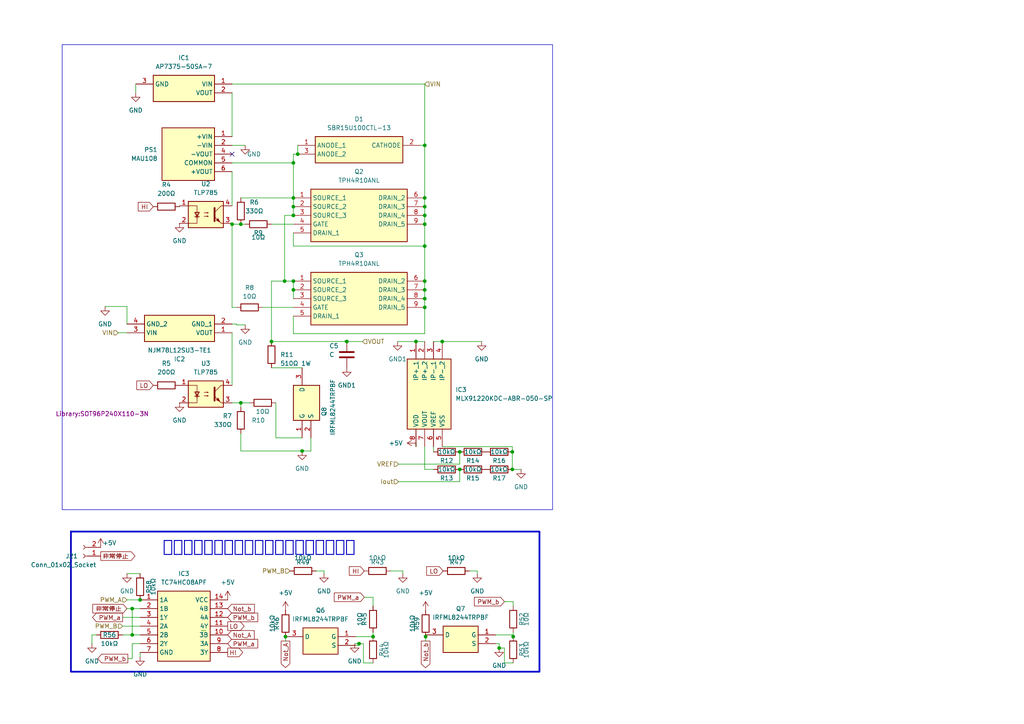
<source format=kicad_sch>
(kicad_sch (version 20230121) (generator eeschema)
  (paper "A4")
  (lib_symbols
    (symbol "Connector:Conn_01x02_Socket" (pin_names (offset 1.016) hide)
      (property "Reference" "J" (at 0 2.54 0))
      (property "Value" "Conn_01x02_Socket" (at 0 -5.08 0))
      (symbol "Conn_01x02_Socket_1_1"
        (arc (start 0 -2.032) (mid -0.5058 -2.54) (end 0 -3.048) (stroke (width 0.1524)))
        (polyline (pts (xy -1.27 -2.54) (xy -0.508 -2.54)) (stroke (width 0.1524)))
        (polyline (pts (xy -1.27 0) (xy -0.508 0)) (stroke (width 0.1524)))
        (arc (start 0 0.508) (mid -0.5058 0) (end 0 -0.508) (stroke (width 0.1524)))
        (pin passive line (at -5.08 0 0) (length 3.81) (name "Pin_1") (number "1"))
        (pin passive line (at -5.08 -2.54 0) (length 3.81) (name "Pin_2") (number "2"))
      )
    )
    (symbol "Device:C" (pin_numbers hide) (pin_names (offset 0.254))
      (property "Reference" "C" (at 0.635 2.54 0))
      (property "Value" "C" (at 0.635 -2.54 0))
      (symbol "C_0_1"
        (polyline (pts (xy -2.032 -0.762) (xy 2.032 -0.762)) (stroke (width 0.508)))
        (polyline (pts (xy -2.032 0.762) (xy 2.032 0.762)) (stroke (width 0.508)))
      )
      (symbol "C_1_1"
        (pin passive line (at 0 3.81 270) (length 2.794) (name "~") (number "1"))
        (pin passive line (at 0 -3.81 90) (length 2.794) (name "~") (number "2"))
      )
    )
    (symbol "Device:R" (pin_numbers hide) (pin_names (offset 0))
      (property "Reference" "R" (at 2.032 0 90))
      (property "Value" "R" (at 0 0 90))
      (symbol "R_0_1"
        (rectangle (start -1.016 -2.54) (end 1.016 2.54) (stroke (width 0.254)))
      )
      (symbol "R_1_1"
        (pin passive line (at 0 3.81 270) (length 1.27) (name "~") (number "1"))
        (pin passive line (at 0 -3.81 90) (length 1.27) (name "~") (number "2"))
      )
    )
    (symbol "Isolator:TLP785" (pin_names (offset 1.016))
      (property "Reference" "U" (at -5.08 5.08 0))
      (property "Value" "TLP785" (at 0 5.08 0))
      (symbol "TLP785_0_1"
        (rectangle (start -5.08 3.81) (end 5.08 -3.81) (stroke (width 0.254)) (fill (type background)))
        (polyline (pts (xy -3.175 -0.635) (xy -1.905 -0.635)) (stroke (width 0.254)))
        (polyline (pts (xy 2.54 0.635) (xy 4.445 2.54)))
        (polyline (pts (xy 4.445 -2.54) (xy 2.54 -0.635)) (fill (type outline)))
        (polyline (pts (xy 4.445 -2.54) (xy 5.08 -2.54)))
        (polyline (pts (xy 4.445 2.54) (xy 5.08 2.54)))
        (polyline (pts (xy -2.54 -0.635) (xy -2.54 -2.54) (xy -5.08 -2.54)))
        (polyline (pts (xy 2.54 1.905) (xy 2.54 -1.905) (xy 2.54 -1.905)) (stroke (width 0.508)))
        (polyline (pts (xy -5.08 2.54) (xy -2.54 2.54) (xy -2.54 -1.27) (xy -2.54 0.635)))
        (polyline (pts (xy -2.54 -0.635) (xy -3.175 0.635) (xy -1.905 0.635) (xy -2.54 -0.635)) (stroke (width 0.254)))
        (polyline (pts (xy -0.508 -0.508) (xy 0.762 -0.508) (xy 0.381 -0.635) (xy 0.381 -0.381) (xy 0.762 -0.508)))
        (polyline (pts (xy -0.508 0.508) (xy 0.762 0.508) (xy 0.381 0.381) (xy 0.381 0.635) (xy 0.762 0.508)))
        (polyline (pts (xy 3.048 -1.651) (xy 3.556 -1.143) (xy 4.064 -2.159) (xy 3.048 -1.651) (xy 3.048 -1.651)) (fill (type outline)))
      )
      (symbol "TLP785_1_1"
        (pin passive line (at -7.62 2.54 0) (length 2.54) (name "~") (number "1"))
        (pin passive line (at -7.62 -2.54 0) (length 2.54) (name "~") (number "2"))
        (pin passive line (at 7.62 -2.54 180) (length 2.54) (name "~") (number "3"))
        (pin passive line (at 7.62 2.54 180) (length 2.54) (name "~") (number "4"))
      )
    )
    (symbol "SamacSys_Parts:AP7375-50SA-7"
      (property "Reference" "IC" (at 24.13 7.62 0))
      (property "Value" "AP7375-50SA-7" (at 24.13 5.08 0))
      (symbol "AP7375-50SA-7_1_1"
        (rectangle (start 5.08 2.54) (end 22.86 -5.08) (stroke (width 0.254)) (fill (type background)))
        (pin passive line (at 0 0 0) (length 5.08) (name "VIN") (number "1"))
        (pin passive line (at 0 -2.54 0) (length 5.08) (name "VOUT") (number "2"))
        (pin passive line (at 27.94 0 180) (length 5.08) (name "GND") (number "3"))
      )
    )
    (symbol "SamacSys_Parts:IRFML8244TRPBF"
      (property "Reference" "Q" (at 16.51 7.62 0))
      (property "Value" "IRFML8244TRPBF" (at 16.51 5.08 0))
      (symbol "IRFML8244TRPBF_1_1"
        (rectangle (start 5.08 2.54) (end 15.24 -5.08) (stroke (width 0.254)) (fill (type background)))
        (pin passive line (at 0 0 0) (length 5.08) (name "G") (number "1"))
        (pin passive line (at 0 -2.54 0) (length 5.08) (name "S") (number "2"))
        (pin passive line (at 20.32 0 180) (length 5.08) (name "D") (number "3"))
      )
    )
    (symbol "SamacSys_Parts:MAU108"
      (property "Reference" "PS" (at 21.59 7.62 0))
      (property "Value" "MAU108" (at 21.59 5.08 0))
      (symbol "MAU108_1_1"
        (rectangle (start 5.08 2.54) (end 20.32 -12.7) (stroke (width 0.254)) (fill (type background)))
        (pin passive line (at 0 0 0) (length 5.08) (name "+VIN") (number "1"))
        (pin passive line (at 0 -2.54 0) (length 5.08) (name "-VIN") (number "2"))
        (pin passive line (at 0 -5.08 0) (length 5.08) (name "-VOUT") (number "4"))
        (pin passive line (at 0 -7.62 0) (length 5.08) (name "COMMON") (number "5"))
        (pin passive line (at 0 -10.16 0) (length 5.08) (name "+VOUT") (number "6"))
      )
    )
    (symbol "SamacSys_Parts:MLX91220KDC-ABR-050-SP"
      (property "Reference" "IC" (at 26.67 7.62 0))
      (property "Value" "MLX91220KDC-ABR-050-SP" (at 26.67 5.08 0))
      (symbol "MLX91220KDC-ABR-050-SP_1_1"
        (rectangle (start 5.08 2.54) (end 25.4 -10.16) (stroke (width 0.254)) (fill (type background)))
        (pin passive line (at 0 0 0) (length 5.08) (name "IP+_1") (number "1"))
        (pin passive line (at 0 -2.54 0) (length 5.08) (name "IP+_2") (number "2"))
        (pin passive line (at 0 -5.08 0) (length 5.08) (name "IP-_1") (number "3"))
        (pin passive line (at 0 -7.62 0) (length 5.08) (name "IP-_2") (number "4"))
        (pin passive line (at 30.48 -7.62 180) (length 5.08) (name "VSS") (number "5"))
        (pin passive line (at 30.48 -5.08 180) (length 5.08) (name "VREF") (number "6"))
        (pin passive line (at 30.48 -2.54 180) (length 5.08) (name "VOUT") (number "7"))
        (pin passive line (at 30.48 0 180) (length 5.08) (name "VDD") (number "8"))
      )
    )
    (symbol "SamacSys_Parts:NJM78L12SU3-TE1"
      (property "Reference" "IC" (at 26.67 7.62 0))
      (property "Value" "NJM78L12SU3-TE1" (at 26.67 5.08 0))
      (symbol "NJM78L12SU3-TE1_1_1"
        (rectangle (start 5.08 2.54) (end 25.4 -5.08) (stroke (width 0.254)) (fill (type background)))
        (pin passive line (at 0 0 0) (length 5.08) (name "VOUT") (number "1"))
        (pin passive line (at 0 -2.54 0) (length 5.08) (name "GND_1") (number "2"))
        (pin passive line (at 30.48 0 180) (length 5.08) (name "VIN") (number "3"))
        (pin passive line (at 30.48 -2.54 180) (length 5.08) (name "GND_2") (number "4"))
      )
    )
    (symbol "SamacSys_Parts:SBR15U100CTL-13"
      (property "Reference" "D" (at 31.75 7.62 0))
      (property "Value" "SBR15U100CTL-13" (at 31.75 5.08 0))
      (symbol "SBR15U100CTL-13_1_1"
        (rectangle (start 5.08 2.54) (end 30.48 -5.08) (stroke (width 0.254)) (fill (type background)))
        (pin passive line (at 0 0 0) (length 5.08) (name "ANODE_1") (number "1"))
        (pin passive line (at 35.56 0 180) (length 5.08) (name "CATHODE") (number "2"))
        (pin passive line (at 0 -2.54 0) (length 5.08) (name "ANODE_2") (number "3"))
      )
    )
    (symbol "SamacSys_Parts:TC74HC08APF"
      (property "Reference" "IC" (at 21.59 7.62 0))
      (property "Value" "TC74HC08APF" (at 21.59 5.08 0))
      (symbol "TC74HC08APF_1_1"
        (rectangle (start 5.08 2.54) (end 20.32 -17.78) (stroke (width 0.254)) (fill (type background)))
        (pin passive line (at 0 0 0) (length 5.08) (name "1A") (number "1"))
        (pin passive line (at 25.4 -10.16 180) (length 5.08) (name "3B") (number "10"))
        (pin passive line (at 25.4 -7.62 180) (length 5.08) (name "4Y") (number "11"))
        (pin passive line (at 25.4 -5.08 180) (length 5.08) (name "4A") (number "12"))
        (pin passive line (at 25.4 -2.54 180) (length 5.08) (name "4B") (number "13"))
        (pin passive line (at 25.4 0 180) (length 5.08) (name "VCC") (number "14"))
        (pin passive line (at 0 -2.54 0) (length 5.08) (name "1B") (number "2"))
        (pin passive line (at 0 -5.08 0) (length 5.08) (name "1Y") (number "3"))
        (pin passive line (at 0 -7.62 0) (length 5.08) (name "2A") (number "4"))
        (pin passive line (at 0 -10.16 0) (length 5.08) (name "2B") (number "5"))
        (pin passive line (at 0 -12.7 0) (length 5.08) (name "2Y") (number "6"))
        (pin passive line (at 0 -15.24 0) (length 5.08) (name "GND") (number "7"))
        (pin passive line (at 25.4 -15.24 180) (length 5.08) (name "3Y") (number "8"))
        (pin passive line (at 25.4 -12.7 180) (length 5.08) (name "3A") (number "9"))
      )
    )
    (symbol "SamacSys_Parts:TPH4R10ANL"
      (property "Reference" "Q" (at 34.29 7.62 0))
      (property "Value" "TPH4R10ANL" (at 34.29 5.08 0))
      (symbol "TPH4R10ANL_1_1"
        (rectangle (start 5.08 2.54) (end 33.02 -12.7) (stroke (width 0.254)) (fill (type background)))
        (pin passive line (at 0 0 0) (length 5.08) (name "SOURCE_1") (number "1"))
        (pin passive line (at 0 -2.54 0) (length 5.08) (name "SOURCE_2") (number "2"))
        (pin passive line (at 0 -5.08 0) (length 5.08) (name "SOURCE_3") (number "3"))
        (pin passive line (at 0 -7.62 0) (length 5.08) (name "GATE") (number "4"))
        (pin passive line (at 0 -10.16 0) (length 5.08) (name "DRAIN_1") (number "5"))
        (pin passive line (at 38.1 0 180) (length 5.08) (name "DRAIN_2") (number "6"))
        (pin passive line (at 38.1 -2.54 180) (length 5.08) (name "DRAIN_3") (number "7"))
        (pin passive line (at 38.1 -5.08 180) (length 5.08) (name "DRAIN_4") (number "8"))
        (pin passive line (at 38.1 -7.62 180) (length 5.08) (name "DRAIN_5") (number "9"))
      )
    )
    (symbol "power:+5V" (power) (pin_names (offset 0))
      (property "Value" "+5V" (at 0 3.556 0))
      (symbol "+5V_0_1"
        (polyline (pts (xy -0.762 1.27) (xy 0 2.54)))
        (polyline (pts (xy 0 0) (xy 0 2.54)))
        (polyline (pts (xy 0 2.54) (xy 0.762 1.27)))
      )
      (symbol "+5V_1_1"
        (pin power_in line (at 0 0 90) (length 0) hide (name "+5V") (number "1"))
      )
    )
    (symbol "power:GND" (power) (pin_names (offset 0))
      (property "Value" "GND" (at 0 -3.81 0))
      (symbol "GND_0_1"
        (polyline (pts (xy 0 0) (xy 0 -1.27) (xy 1.27 -1.27) (xy 0 -2.54) (xy -1.27 -1.27) (xy 0 -1.27)))
      )
      (symbol "GND_1_1"
        (pin power_in line (at 0 0 270) (length 0) hide (name "GND") (number "1"))
      )
    )
    (symbol "power:GND1" (power) (pin_names (offset 0))
      (property "Value" "GND1" (at 0 -3.81 0))
      (symbol "GND1_0_1"
        (polyline (pts (xy 0 0) (xy 0 -1.27) (xy 1.27 -1.27) (xy 0 -2.54) (xy -1.27 -1.27) (xy 0 -1.27)))
      )
      (symbol "GND1_1_1"
        (pin power_in line (at 0 0 270) (length 0) hide (name "GND1") (number "1"))
      )
    )
  )
  (junction (at 85.09 62.484))
  (junction (at 108.204 184.658))
  (junction (at 123.19 65.024))
  (junction (at 123.19 71.374))
  (junction (at 123.444 184.658))
  (junction (at 100.584 99.06))
  (junction (at 38.354 176.53))
  (junction (at 123.19 57.404))
  (junction (at 123.19 86.614))
  (junction (at 85.09 81.534))
  (junction (at 133.35 136.144))
  (junction (at 86.36 44.704))
  (junction (at 123.19 62.484))
  (junction (at 123.19 89.154))
  (junction (at 133.35 131.064))
  (junction (at 148.59 131.064))
  (junction (at 67.31 65.024))
  (junction (at 128.27 99.06))
  (junction (at 85.09 59.944))
  (junction (at 123.19 84.074))
  (junction (at 78.74 99.06))
  (junction (at 123.19 59.944))
  (junction (at 82.804 184.658))
  (junction (at 82.55 81.534))
  (junction (at 85.09 47.244))
  (junction (at 69.85 116.84))
  (junction (at 123.19 81.534))
  (junction (at 38.354 184.15))
  (junction (at 85.09 57.404))
  (junction (at 85.09 84.074))
  (junction (at 120.65 99.06))
  (junction (at 148.844 184.658))
  (junction (at 40.64 173.99))
  (junction (at 104.14 186.69))
  (junction (at 144.78 187.96))
  (junction (at 123.19 42.164))
  (junction (at 148.59 136.144))
  (junction (at 87.63 130.81))
  (junction (at 69.85 65.024))
  (no_connect (at 67.31 44.704))
  (wire (pts (xy 86.36 42.164) (xy 86.36 44.704)))
  (wire (pts (xy 26.67 186.69) (xy 26.67 184.15)))
  (wire (pts (xy 85.09 47.244) (xy 85.09 44.704)))
  (wire (pts (xy 35.56 184.15) (xy 38.354 184.15)))
  (wire (pts (xy 148.59 136.144) (xy 151.13 136.144)))
  (wire (pts (xy 69.85 65.024) (xy 71.12 65.024)))
  (wire (pts (xy 93.98 165.608) (xy 91.694 165.608)))
  (wire (pts (xy 115.57 139.7) (xy 133.35 139.7)))
  (wire (pts (xy 146.304 187.96) (xy 146.304 192.278)))
  (wire (pts (xy 38.354 184.15) (xy 40.64 184.15)))
  (wire (pts (xy 128.27 99.06) (xy 139.7 99.06)))
  (wire (pts (xy 67.31 89.154) (xy 68.58 89.154)))
  (wire (pts (xy 85.09 57.404) (xy 85.09 47.244)))
  (wire (pts (xy 69.85 116.84) (xy 72.39 116.84)))
  (wire (pts (xy 87.63 127) (xy 80.01 127)))
  (wire (pts (xy 36.83 166.37) (xy 40.64 166.37)))
  (wire (pts (xy 76.2 89.154) (xy 85.09 89.154)))
  (wire (pts (xy 78.74 65.024) (xy 85.09 65.024)))
  (wire (pts (xy 148.844 184.658) (xy 148.844 183.388)))
  (wire (pts (xy 108.204 173.228) (xy 108.204 175.768)))
  (wire (pts (xy 108.204 183.388) (xy 108.204 184.658)))
  (wire (pts (xy 123.19 65.024) (xy 123.19 62.484)))
  (wire (pts (xy 67.31 47.244) (xy 85.09 47.244)))
  (wire (pts (xy 143.764 184.15) (xy 148.59 184.15)))
  (wire (pts (xy 123.19 86.614) (xy 123.19 89.154)))
  (wire (pts (xy 67.31 26.924) (xy 67.31 39.624)))
  (wire (pts (xy 85.09 59.944) (xy 85.09 62.484)))
  (wire (pts (xy 133.35 131.064) (xy 133.35 134.62)))
  (wire (pts (xy 133.35 136.144) (xy 133.35 139.7)))
  (wire (pts (xy 93.98 166.37) (xy 93.98 165.608)))
  (wire (pts (xy 123.19 59.944) (xy 123.19 57.404)))
  (wire (pts (xy 123.19 84.074) (xy 123.19 86.614)))
  (wire (pts (xy 38.354 191.008) (xy 38.354 186.69)))
  (wire (pts (xy 82.55 62.484) (xy 85.09 62.484)))
  (wire (pts (xy 58.42 182.88) (xy 59.69 182.88)))
  (wire (pts (xy 67.31 49.784) (xy 67.31 59.69)))
  (wire (pts (xy 90.17 130.81) (xy 87.63 130.81)))
  (wire (pts (xy 148.59 129.54) (xy 148.59 131.064)))
  (wire (pts (xy 67.31 65.024) (xy 67.31 89.154)))
  (wire (pts (xy 123.19 136.144) (xy 125.73 136.144)))
  (wire (pts (xy 116.84 165.608) (xy 116.84 166.37)))
  (wire (pts (xy 78.74 81.534) (xy 82.55 81.534)))
  (wire (pts (xy 138.43 166.37) (xy 138.43 165.608)))
  (wire (pts (xy 146.304 192.278) (xy 148.844 192.278)))
  (wire (pts (xy 104.14 186.69) (xy 105.41 186.69)))
  (wire (pts (xy 35.56 181.61) (xy 40.64 181.61)))
  (wire (pts (xy 67.31 96.52) (xy 67.31 111.76)))
  (wire (pts (xy 128.27 129.54) (xy 148.59 129.54)))
  (wire (pts (xy 123.444 184.15) (xy 123.444 184.658)))
  (wire (pts (xy 148.59 184.658) (xy 148.844 184.658)))
  (wire (pts (xy 123.19 81.534) (xy 123.19 84.074)))
  (wire (pts (xy 82.804 184.658) (xy 82.804 185.928)))
  (wire (pts (xy 103.124 184.658) (xy 108.204 184.658)))
  (wire (pts (xy 102.87 186.69) (xy 104.14 186.69)))
  (wire (pts (xy 123.19 71.374) (xy 123.19 65.024)))
  (wire (pts (xy 148.59 184.15) (xy 148.59 184.658)))
  (wire (pts (xy 26.67 184.15) (xy 27.94 184.15)))
  (wire (pts (xy 146.304 174.498) (xy 148.844 174.498)))
  (wire (pts (xy 144.78 186.69) (xy 143.764 186.69)))
  (wire (pts (xy 69.85 116.84) (xy 69.85 118.11)))
  (wire (pts (xy 68.58 93.98) (xy 68.58 94.234)))
  (wire (pts (xy 123.444 184.658) (xy 123.444 185.928)))
  (wire (pts (xy 115.316 99.06) (xy 120.65 99.06)))
  (wire (pts (xy 69.85 130.81) (xy 87.63 130.81)))
  (wire (pts (xy 104.14 187.198) (xy 103.124 187.198)))
  (wire (pts (xy 80.01 127) (xy 80.01 116.84)))
  (wire (pts (xy 52.07 59.69) (xy 52.07 59.944)))
  (wire (pts (xy 108.204 192.278) (xy 105.41 192.278)))
  (wire (pts (xy 78.74 81.534) (xy 78.74 99.06)))
  (wire (pts (xy 78.74 106.68) (xy 87.63 106.68)))
  (wire (pts (xy 67.31 116.84) (xy 69.85 116.84)))
  (wire (pts (xy 36.83 88.9) (xy 36.83 93.98)))
  (wire (pts (xy 123.19 89.154) (xy 123.19 96.774)))
  (wire (pts (xy 40.64 189.23) (xy 40.64 190.5)))
  (wire (pts (xy 148.59 131.064) (xy 148.59 136.144)))
  (wire (pts (xy 128.27 99.06) (xy 125.73 99.06)))
  (wire (pts (xy 85.09 81.534) (xy 85.09 84.074)))
  (wire (pts (xy 123.19 42.164) (xy 121.92 42.164)))
  (wire (pts (xy 100.584 99.06) (xy 105.156 99.06)))
  (wire (pts (xy 85.09 81.534) (xy 82.55 81.534)))
  (wire (pts (xy 85.09 57.404) (xy 85.09 59.944)))
  (wire (pts (xy 36.83 176.53) (xy 38.354 176.53)))
  (wire (pts (xy 67.31 64.77) (xy 67.31 65.024)))
  (wire (pts (xy 34.29 96.52) (xy 36.83 96.52)))
  (wire (pts (xy 123.19 24.384) (xy 123.19 42.164)))
  (wire (pts (xy 69.85 130.81) (xy 69.85 125.73)))
  (wire (pts (xy 38.354 176.53) (xy 38.354 184.15)))
  (wire (pts (xy 38.354 176.53) (xy 40.64 176.53)))
  (wire (pts (xy 35.56 179.07) (xy 40.64 179.07)))
  (wire (pts (xy 123.19 57.404) (xy 123.19 42.164)))
  (wire (pts (xy 144.78 187.96) (xy 146.304 187.96)))
  (wire (pts (xy 123.19 129.54) (xy 123.19 136.144)))
  (wire (pts (xy 100.076 98.806) (xy 100.076 99.06)))
  (wire (pts (xy 123.19 62.484) (xy 123.19 59.944)))
  (wire (pts (xy 123.19 71.374) (xy 123.19 81.534)))
  (wire (pts (xy 39.37 24.384) (xy 39.37 26.924)))
  (wire (pts (xy 85.09 71.374) (xy 123.19 71.374)))
  (wire (pts (xy 69.85 65.024) (xy 67.31 65.024)))
  (wire (pts (xy 30.48 88.9) (xy 36.83 88.9)))
  (wire (pts (xy 100.584 98.806) (xy 100.076 98.806)))
  (wire (pts (xy 105.41 192.278) (xy 105.41 186.69)))
  (wire (pts (xy 144.78 186.69) (xy 144.78 187.96)))
  (wire (pts (xy 68.58 94.234) (xy 71.12 94.234)))
  (wire (pts (xy 82.55 81.534) (xy 82.55 62.484)))
  (wire (pts (xy 100.584 99.06) (xy 100.584 98.806)))
  (wire (pts (xy 85.09 84.074) (xy 85.09 86.614)))
  (wire (pts (xy 105.664 173.228) (xy 108.204 173.228)))
  (wire (pts (xy 90.17 127) (xy 90.17 130.81)))
  (wire (pts (xy 67.31 93.98) (xy 68.58 93.98)))
  (wire (pts (xy 37.084 191.008) (xy 38.354 191.008)))
  (wire (pts (xy 100.076 99.06) (xy 78.74 99.06)))
  (wire (pts (xy 67.31 24.384) (xy 123.19 24.384)))
  (wire (pts (xy 85.09 96.774) (xy 123.19 96.774)))
  (wire (pts (xy 104.14 186.69) (xy 104.14 187.198)))
  (wire (pts (xy 148.844 174.498) (xy 148.844 175.768)))
  (wire (pts (xy 38.354 186.69) (xy 40.64 186.69)))
  (wire (pts (xy 138.43 165.608) (xy 136.144 165.608)))
  (wire (pts (xy 85.09 44.704) (xy 86.36 44.704)))
  (wire (pts (xy 36.83 173.99) (xy 40.64 173.99)))
  (wire (pts (xy 85.09 91.694) (xy 85.09 96.774)))
  (wire (pts (xy 116.84 165.608) (xy 113.284 165.608)))
  (wire (pts (xy 115.57 134.62) (xy 133.35 134.62)))
  (wire (pts (xy 69.85 57.404) (xy 85.09 57.404)))
  (wire (pts (xy 120.65 129.54) (xy 120.65 128.524)))
  (wire (pts (xy 85.09 67.564) (xy 85.09 71.374)))
  (wire (pts (xy 125.73 129.54) (xy 125.73 131.064)))
  (wire (pts (xy 67.31 42.164) (xy 71.12 42.164)))
  (wire (pts (xy 120.65 99.06) (xy 123.19 99.06)))
  (rectangle (start 20.574 154.178) (end 156.464 194.818) (stroke (width 0.5)))
  (rectangle (start 18.034 12.954) (end 160.274 147.828))
  (text "デットタイム生成＋非常停止対応ロジック" (at 47.244 161.798 0) (effects (font (size 3.5 3.5) (thickness 0.6) bold) (justify left bottom)))
  (global_label "LO" (shape output) (at 66.04 181.61 0) (property "Intersheetrefs" "${INTERSHEET_REFS}" (effects hide)))
  (global_label "LO" (shape input) (at 44.45 111.76 180) (property "Intersheetrefs" "${INTERSHEET_REFS}" (effects hide)))
  (global_label "HI" (shape output) (at 66.04 189.23 0) (property "Intersheetrefs" "${INTERSHEET_REFS}" (effects hide)))
  (global_label "Not_A" (shape input) (at 66.04 184.15 0) (property "Intersheetrefs" "${INTERSHEET_REFS}" (effects hide)))
  (global_label "HI" (shape input) (at 105.664 165.608 180) (property "Intersheetrefs" "${INTERSHEET_REFS}" (effects hide)))
  (global_label "Not_A" (shape output) (at 82.804 185.928 270) (property "Intersheetrefs" "${INTERSHEET_REFS}" (effects hide)))
  (global_label "PWM_b" (shape input) (at 66.04 179.07 0) (property "Intersheetrefs" "${INTERSHEET_REFS}" (effects hide)))
  (global_label "PWM_a" (shape input) (at 105.664 173.228 180) (property "Intersheetrefs" "${INTERSHEET_REFS}" (effects hide)))
  (global_label "PWM_b" (shape output) (at 37.084 191.008 180) (property "Intersheetrefs" "${INTERSHEET_REFS}" (effects hide)))
  (global_label "非常停止" (shape output) (at 29.21 161.29 0) (property "Intersheetrefs" "${INTERSHEET_REFS}" (effects hide)))
  (global_label "PWM_b" (shape input) (at 146.304 174.498 180) (property "Intersheetrefs" "${INTERSHEET_REFS}" (effects hide)))
  (global_label "PWM_a" (shape output) (at 35.56 179.07 180) (property "Intersheetrefs" "${INTERSHEET_REFS}" (effects hide)))
  (global_label "HI" (shape input) (at 44.45 59.944 180) (property "Intersheetrefs" "${INTERSHEET_REFS}" (effects hide)))
  (global_label "非常停止" (shape input) (at 36.83 176.53 180) (property "Intersheetrefs" "${INTERSHEET_REFS}" (effects hide)))
  (global_label "PWM_a" (shape input) (at 66.04 186.69 0) (property "Intersheetrefs" "${INTERSHEET_REFS}" (effects hide)))
  (global_label "Not_b" (shape output) (at 123.444 185.928 270) (property "Intersheetrefs" "${INTERSHEET_REFS}" (effects hide)))
  (global_label "Not_b" (shape input) (at 66.04 176.53 0) (property "Intersheetrefs" "${INTERSHEET_REFS}" (effects hide)))
  (global_label "LO" (shape input) (at 128.524 165.608 180) (property "Intersheetrefs" "${INTERSHEET_REFS}" (effects hide)))
  (hierarchical_label "VIN" (shape input) (at 123.19 24.384 0))
  (hierarchical_label "VREF" (shape input) (at 115.57 134.62 180))
  (hierarchical_label "PWM_B" (shape input) (at 35.56 181.61 180))
  (hierarchical_label "Iout" (shape input) (at 115.57 139.7 180))
  (hierarchical_label "VOUT" (shape input) (at 105.156 99.06 0))
  (hierarchical_label "VIN" (shape input) (at 34.29 96.52 180))
  (hierarchical_label "PWM_A" (shape input) (at 36.83 173.99 180))
  (hierarchical_label "PWM_B" (shape input) (at 84.074 165.608 180))
  (symbol (lib_id "Device:R") (at 129.54 131.064 270) (unit 1)
    (property "Reference" "R12" (at 129.54 133.604 90))
    (property "Value" "10kΩ" (at 129.54 131.064 90))
    (property "Footprint" "Resistor_SMD:R_0603_1608Metric" (effects hide))
    (instances (project "mainboard2" (path "" (reference "R12") (unit 1)) (path "" (reference "R27") (unit 1))) (project "MOSFET版電源管理基板" (path "" (reference "R8") (unit 1))) (project "30A_MD2改4" (path "" (reference "R15") (unit 1))))
  )
  (symbol (lib_id "Device:R") (at 87.884 165.608 90) (mirror x) (unit 1)
    (property "Reference" "R49" (at 87.884 163.068 90))
    (property "Value" "10kΩ" (at 87.884 161.798 90))
    (property "Footprint" "Resistor_SMD:R_0603_1608Metric" (effects hide))
    (instances (project "mainboard2" (path "" (reference "R49") (unit 1))) (project "MOSFET版電源管理基板" (path "" (reference "R2") (unit 1)) (path "" (reference "R25") (unit 1))) (project "30A_MD2改4" (path "" (reference "R15") (unit 1))))
  )
  (symbol (lib_id "power:GND") (at 40.64 190.5 0) (unit 1)
    (property "Reference" "#PWR024" (effects hide))
    (property "Value" "GND" (at 40.64 195.58 0))
    (instances (project "mainboard2" (path "" (reference "#PWR024") (unit 1)) (path "" (reference "#PWR058") (unit 1))) (project "MOSFET版電源管理基板" (path "" (reference "#PWR018") (unit 1))))
  )
  (symbol (lib_id "power:GND") (at 144.78 187.96 0) (unit 1)
    (property "Reference" "#PWR024" (effects hide))
    (property "Value" "GND" (at 144.78 193.04 0))
    (instances (project "mainboard2" (path "" (reference "#PWR024") (unit 1)) (path "" (reference "#PWR074") (unit 1))) (project "MOSFET版電源管理基板" (path "" (reference "#PWR018") (unit 1))))
  )
  (symbol (lib_id "power:GND") (at 138.43 166.37 0) (unit 1)
    (property "Reference" "#PWR024" (effects hide))
    (property "Value" "GND" (at 138.43 171.45 0))
    (instances (project "mainboard2" (path "" (reference "#PWR024") (unit 1)) (path "" (reference "#PWR072") (unit 1))) (project "MOSFET版電源管理基板" (path "" (reference "#PWR018") (unit 1))))
  )
  (symbol (lib_id "power:+5V") (at 123.444 177.038 0) (unit 1)
    (property "Reference" "#PWR071" (effects hide))
    (property "Value" "+5V" (at 123.444 171.958 0))
    (instances (project "mainboard2" (path "" (reference "#PWR071") (unit 1))) (project "MOSFET版電源管理基板" (path "" (reference "#PWR020") (unit 1))))
  )
  (symbol (lib_id "Connector:Conn_01x02_Socket") (at 24.13 161.29 180) (unit 1)
    (property "Reference" "J21" (at 22.606 161.29 0) (effects (justify left)))
    (property "Value" "Conn_01x02_Socket" (at 27.94 163.83 0) (effects (justify left)))
    (property "Footprint" "Connector_JST:JST_XH_S2B-XH-A-1_1x02_P2.50mm_Horizontal" (effects hide))
    (instances (project "mainboard2" (path "" (reference "J21") (unit 1)) (path "" (reference "J1") (unit 1)) (path "" (reference "J12") (unit 1)) (path "" (reference "J11") (unit 1)) (path "" (reference "J14") (unit 1)) (path "" (reference "J10") (unit 1)) (path "" (reference "J13") (unit 1)) (path "" (reference "J15") (unit 1))))
  )
  (symbol (lib_id "Device:R") (at 108.204 179.578 0) (unit 1)
    (property "Reference" "R45" (at 105.664 179.578 90))
    (property "Value" "10Ω" (at 104.394 179.578 90))
    (property "Footprint" "Resistor_SMD:R_0603_1608Metric" (effects hide))
    (instances (project "mainboard2" (path "" (reference "R45") (unit 1))) (project "MOSFET版電源管理基板" (path "" (reference "R2") (unit 1)) (path "" (reference "R20") (unit 1))) (project "30A_MD2改4" (path "" (reference "R15") (unit 1))))
  )
  (symbol (lib_id "power:GND") (at 71.12 94.234 0) (unit 1)
    (property "Reference" "#PWR020" (effects hide))
    (property "Value" "GND" (at 71.12 99.314 0))
    (instances (project "mainboard2" (path "" (reference "#PWR020") (unit 1)) (path "" (reference "#PWR063") (unit 1))) (project "MOSFET版電源管理基板" (path "" (reference "#PWR03") (unit 1))))
  )
  (symbol (lib_id "Device:R") (at 108.204 188.468 180) (unit 1)
    (property "Reference" "R44" (at 110.744 188.468 90))
    (property "Value" "10kΩ" (at 112.014 188.468 90))
    (property "Footprint" "Resistor_SMD:R_0603_1608Metric" (effects hide))
    (instances (project "mainboard2" (path "" (reference "R44") (unit 1))) (project "MOSFET版電源管理基板" (path "" (reference "R2") (unit 1)) (path "" (reference "R22") (unit 1))) (project "30A_MD2改4" (path "" (reference "R15") (unit 1))))
  )
  (symbol (lib_id "SamacSys_Parts:TPH4R10ANL") (at 85.09 57.404 0) (unit 1)
    (property "Reference" "Q2" (at 104.14 49.784 0))
    (property "Value" "TPH4R10ANL" (at 104.14 52.324 0))
    (property "Footprint" "Library:SOP_ADVANCE" (effects hide))
    (property "Datasheet" "https://4donline.ihs.com/images/VipMasterIC/IC/TOSC/TOSC-S-A0009553617/TOSC-S-A0009555074-1.pdf?hkey=EF798316E3902B6ED9A73243A3159BB0" (effects hide))
    (property "Height" "1" (effects hide))
    (property "Manufacturer_Name" "Toshiba" (effects hide))
    (property "Manufacturer_Part_Number" "TPH4R10ANL" (effects hide))
    (instances (project "mainboard2" (path "" (reference "Q2") (unit 1)) (path "" (reference "Q2") (unit 1))) (project "MOSFET版電源管理基板" (path "" (reference "Q1") (unit 1))))
  )
  (symbol (lib_id "Device:R") (at 144.78 131.064 270) (unit 1)
    (property "Reference" "R16" (at 144.78 133.604 90))
    (property "Value" "10kΩ" (at 144.78 131.064 90))
    (property "Footprint" "Resistor_SMD:R_0603_1608Metric" (effects hide))
    (instances (project "mainboard2" (path "" (reference "R16") (unit 1)) (path "" (reference "R29") (unit 1))) (project "MOSFET版電源管理基板" (path "" (reference "R13") (unit 1))) (project "30A_MD2改4" (path "" (reference "R15") (unit 1))))
  )
  (symbol (lib_id "power:GND") (at 151.13 136.144 0) (unit 1)
    (property "Reference" "#PWR024" (effects hide))
    (property "Value" "GND" (at 151.13 141.224 0))
    (instances (project "mainboard2" (path "" (reference "#PWR024") (unit 1)) (path "" (reference "#PWR075") (unit 1))) (project "MOSFET版電源管理基板" (path "" (reference "#PWR018") (unit 1))))
  )
  (symbol (lib_id "power:GND") (at 52.07 116.84 0) (unit 1)
    (property "Reference" "#PWR020" (effects hide))
    (property "Value" "GND" (at 52.07 121.92 0))
    (instances (project "mainboard2" (path "" (reference "#PWR020") (unit 1)) (path "" (reference "#PWR060") (unit 1))) (project "MOSFET版電源管理基板" (path "" (reference "#PWR03") (unit 1))))
  )
  (symbol (lib_id "Isolator:TLP785") (at 59.69 62.23 0) (unit 1)
    (property "Reference" "U2" (at 59.69 53.34 0))
    (property "Value" "TLP785" (at 59.69 55.88 0))
    (property "Footprint" "Package_DIP:DIP-4_W7.62mm" (effects hide))
    (property "Datasheet" "https://toshiba.semicon-storage.com/info/docget.jsp?did=10569&prodName=TLP785" (effects hide))
    (instances (project "mainboard2" (path "" (reference "U2") (unit 1)) (path "" (reference "U2") (unit 1))) (project "MOSFET版電源管理基板" (path "" (reference "U1") (unit 1))))
  )
  (symbol (lib_id "Device:R") (at 123.444 180.848 0) (mirror x) (unit 1)
    (property "Reference" "R59" (at 120.904 180.848 90))
    (property "Value" "10kΩ" (at 119.634 180.848 90))
    (property "Footprint" "Resistor_SMD:R_0603_1608Metric" (effects hide))
    (instances (project "mainboard2" (path "" (reference "R59") (unit 1))) (project "MOSFET版電源管理基板" (path "" (reference "R2") (unit 1)) (path "" (reference "R18") (unit 1))) (project "30A_MD2改4" (path "" (reference "R15") (unit 1))))
  )
  (symbol (lib_id "Isolator:TLP785") (at 59.69 114.3 0) (unit 1)
    (property "Reference" "U3" (at 59.69 105.41 0))
    (property "Value" "TLP785" (at 59.69 107.95 0))
    (property "Footprint" "Package_DIP:DIP-4_W7.62mm" (effects hide))
    (property "Datasheet" "https://toshiba.semicon-storage.com/info/docget.jsp?did=10569&prodName=TLP785" (effects hide))
    (instances (project "mainboard2" (path "" (reference "U3") (unit 1)) (path "" (reference "U1") (unit 1))) (project "MOSFET版電源管理基板" (path "" (reference "U2") (unit 1))))
  )
  (symbol (lib_id "Device:C") (at 100.584 102.87 0) (unit 1)
    (property "Reference" "C5" (at 95.504 100.33 0) (effects (justify left)))
    (property "Value" "C" (at 95.504 102.87 0) (effects (justify left)))
    (property "Footprint" "Capacitor_SMD:CP_Elec_10x10.5" (effects hide))
    (instances (project "mainboard2" (path "" (reference "C5") (unit 1)) (path "" (reference "C10") (unit 1))))
  )
  (symbol (lib_id "power:GND") (at 87.63 130.81 0) (unit 1)
    (property "Reference" "#PWR022" (effects hide))
    (property "Value" "GND" (at 87.63 135.89 0))
    (instances (project "mainboard2" (path "" (reference "#PWR022") (unit 1)) (path "" (reference "#PWR065") (unit 1))) (project "MOSFET版電源管理基板" (path "" (reference "#PWR01") (unit 1))))
  )
  (symbol (lib_id "power:+5V") (at 82.804 177.038 0) (unit 1)
    (property "Reference" "#PWR064" (effects hide))
    (property "Value" "+5V" (at 82.804 171.958 0))
    (instances (project "mainboard2" (path "" (reference "#PWR064") (unit 1))) (project "MOSFET版電源管理基板" (path "" (reference "#PWR019") (unit 1))))
  )
  (symbol (lib_id "power:GND1") (at 100.584 106.68 0) (unit 1)
    (property "Reference" "#PWR043" (effects hide))
    (property "Value" "GND1" (at 100.584 111.76 0))
  )
  (symbol (lib_id "Device:R") (at 31.75 184.15 90) (unit 1)
    (property "Reference" "R56" (at 31.75 184.15 90))
    (property "Value" "10kΩ" (at 31.75 186.69 90))
    (property "Footprint" "Resistor_SMD:R_0603_1608Metric" (effects hide))
    (instances (project "mainboard2" (path "" (reference "R56") (unit 1))) (project "MOSFET版電源管理基板" (path "" (reference "R2") (unit 1)) (path "" (reference "R19") (unit 1))) (project "30A_MD2改4" (path "" (reference "R15") (unit 1))))
  )
  (symbol (lib_id "SamacSys_Parts:IRFML8244TRPBF") (at 103.124 184.658 0) (mirror y) (unit 1)
    (property "Reference" "Q6" (at 92.964 177.038 0))
    (property "Value" "IRFML8244TRPBF" (at 92.964 179.578 0))
    (property "Footprint" "Package_TO_SOT_SMD:SOT-23-3" (effects hide))
    (property "Datasheet" "http://uk.rs-online.com/web/p/products/7377219P" (effects hide))
    (property "Height" "1.12" (effects hide))
    (property "RS Part Number" "7377219P" (effects hide))
    (property "RS Price/Stock" "http://uk.rs-online.com/web/p/products/7377219P" (effects hide))
    (property "Manufacturer_Name" "Infineon" (effects hide))
    (property "Manufacturer_Part_Number" "IRFML8244TRPBF" (effects hide))
    (property "Allied_Number" "70411466" (effects hide))
    (instances (project "mainboard2" (path "" (reference "Q6") (unit 1))) (project "MOSFET版電源管理基板" (path "" (reference "Q3") (unit 1))) (project "30A_MD2改4" (path "" (reference "Q5") (unit 1))))
  )
  (symbol (lib_id "power:GND") (at 139.7 99.06 0) (unit 1)
    (property "Reference" "#PWR024" (effects hide))
    (property "Value" "GND" (at 139.7 104.14 0))
    (instances (project "mainboard2" (path "" (reference "#PWR024") (unit 1)) (path "" (reference "#PWR073") (unit 1))) (project "MOSFET版電源管理基板" (path "" (reference "#PWR018") (unit 1))))
  )
  (symbol (lib_id "SamacSys_Parts:IRFML8244TRPBF") (at 87.63 127 90) (unit 1)
    (property "Reference" "Q8" (at 93.98 119.38 0))
    (property "Value" "IRFML8244TRPBF" (at 96.52 118.11 0))
    (property "Footprint" "Package_TO_SOT_SMD:SOT-23-3" (effects hide))
    (property "Datasheet" "http://uk.rs-online.com/web/p/products/7377219P" (effects hide))
    (property "Height" "1.12" (effects hide))
    (property "RS Part Number" "7377219P" (effects hide))
    (property "RS Price/Stock" "http://uk.rs-online.com/web/p/products/7377219P" (effects hide))
    (property "Manufacturer_Name" "Infineon" (effects hide))
    (property "Manufacturer_Part_Number" "IRFML8244TRPBF" (effects hide))
    (property "Allied_Number" "70411466" (effects hide))
    (instances (project "mainboard2" (path "" (reference "Q8") (unit 1))) (project "MOSFET版電源管理基板" (path "" (reference "Q5") (unit 1))) (project "30A_MD2改4" (path "" (reference "Q5") (unit 1))))
  )
  (symbol (lib_id "power:GND") (at 116.84 166.37 0) (unit 1)
    (property "Reference" "#PWR024" (effects hide))
    (property "Value" "GND" (at 116.84 171.45 0))
    (instances (project "mainboard2" (path "" (reference "#PWR024") (unit 1)) (path "" (reference "#PWR069") (unit 1))) (project "MOSFET版電源管理基板" (path "" (reference "#PWR018") (unit 1))))
  )
  (symbol (lib_id "power:+5V") (at 66.04 173.99 0) (unit 1)
    (property "Reference" "#PWR061" (effects hide))
    (property "Value" "+5V" (at 66.04 168.91 0))
    (instances (project "mainboard2" (path "" (reference "#PWR061") (unit 1))) (project "MOSFET版電源管理基板" (path "" (reference "#PWR012") (unit 1))))
  )
  (symbol (lib_id "Device:R") (at 78.74 102.87 0) (unit 1)
    (property "Reference" "R11" (at 81.28 102.87 0) (effects (justify left)))
    (property "Value" "510Ω 1W" (at 81.28 105.41 0) (effects (justify left)))
    (property "Footprint" "Resistor_SMD:R_2512_6332Metric" (effects hide))
    (instances (project "mainboard2" (path "" (reference "R11") (unit 1)) (path "" (reference "R60") (unit 1))) (project "MOSFET版電源管理基板" (path "" (reference "R3") (unit 1))))
  )
  (symbol (lib_id "power:GND1") (at 115.316 99.06 0) (unit 1)
    (property "Reference" "#PWR068" (effects hide))
    (property "Value" "GND1" (at 115.316 104.14 0))
  )
  (symbol (lib_id "power:GND") (at 30.48 88.9 0) (unit 1)
    (property "Reference" "#PWR020" (effects hide))
    (property "Value" "GND" (at 30.48 93.98 0))
    (instances (project "mainboard2" (path "" (reference "#PWR020") (unit 1)) (path "" (reference "#PWR055") (unit 1))) (project "MOSFET版電源管理基板" (path "" (reference "#PWR03") (unit 1))))
  )
  (symbol (lib_id "Device:R") (at 74.93 65.024 90) (unit 1)
    (property "Reference" "R9" (at 74.93 67.564 90))
    (property "Value" "10Ω" (at 74.93 68.834 90))
    (property "Footprint" "Resistor_SMD:R_0603_1608Metric" (effects hide))
    (instances (project "mainboard2" (path "" (reference "R9") (unit 1)) (path "" (reference "R51") (unit 1))) (project "MOSFET版電源管理基板" (path "" (reference "R2") (unit 1))) (project "30A_MD2改4" (path "" (reference "R15") (unit 1))))
  )
  (symbol (lib_id "Device:R") (at 69.85 121.92 0) (mirror x) (unit 1)
    (property "Reference" "R7" (at 67.31 120.65 0) (effects (justify right)))
    (property "Value" "330Ω" (at 67.31 123.19 0) (effects (justify right)))
    (property "Footprint" "Resistor_SMD:R_0603_1608Metric" (effects hide))
    (instances (project "mainboard2" (path "" (reference "R7") (unit 1)) (path "" (reference "R17") (unit 1))) (project "MOSFET版電源管理基板" (path "" (reference "R6") (unit 1))) (project "30A_MD2改4" (path "" (reference "R15") (unit 1))))
  )
  (symbol (lib_id "power:+5V") (at 29.21 158.75 0) (unit 1)
    (property "Reference" "#PWR054" (effects hide))
    (property "Value" "+5V" (at 31.75 157.48 0))
    (instances (project "mainboard2" (path "" (reference "#PWR054") (unit 1))) (project "MOSFET版電源管理基板" (path "" (reference "#PWR012") (unit 1))))
  )
  (symbol (lib_id "Device:R") (at 109.474 165.608 90) (mirror x) (unit 1)
    (property "Reference" "R43" (at 109.474 163.068 90))
    (property "Value" "10kΩ" (at 109.474 161.798 90))
    (property "Footprint" "Resistor_SMD:R_0603_1608Metric" (effects hide))
    (instances (project "mainboard2" (path "" (reference "R43") (unit 1))) (project "MOSFET版電源管理基板" (path "" (reference "R2") (unit 1)) (path "" (reference "R26") (unit 1))) (project "30A_MD2改4" (path "" (reference "R15") (unit 1))))
  )
  (symbol (lib_id "SamacSys_Parts:AP7375-50SA-7") (at 67.31 24.384 0) (mirror y) (unit 1)
    (property "Reference" "IC1" (at 53.34 16.764 0))
    (property "Value" "AP7375-50SA-7" (at 53.34 19.304 0))
    (property "Footprint" "Library:SOT96P240X110-3N" (at 43.18 119.304 0) (effects (justify left top)))
    (property "Datasheet" "http://uk.rs-online.com/web/p/products/2548511" (effects hide))
    (property "Height" "1.1" (effects hide))
    (property "RS Part Number" "2548511" (effects hide))
    (property "RS Price/Stock" "http://uk.rs-online.com/web/p/products/2548511" (effects hide))
    (property "Manufacturer_Name" "Diodes Incorporated" (effects hide))
    (property "Manufacturer_Part_Number" "AP7375-50SA-7" (effects hide))
    (instances (project "mainboard2" (path "" (reference "IC1") (unit 1)) (path "" (reference "IC2") (unit 1))) (project "MOSFET版電源管理基板" (path "" (reference "IC2") (unit 1))))
  )
  (symbol (lib_id "Device:R") (at 48.26 111.76 90) (unit 1)
    (property "Reference" "R5" (at 48.26 105.41 90))
    (property "Value" "200Ω" (at 48.26 107.95 90))
    (property "Footprint" "Resistor_SMD:R_0603_1608Metric" (effects hide))
    (instances (project "mainboard2" (path "" (reference "R5") (unit 1)) (path "" (reference "R48") (unit 1))) (project "MOSFET版電源管理基板" (path "" (reference "R10") (unit 1))) (project "30A_MD2改4" (path "" (reference "R15") (unit 1))))
  )
  (symbol (lib_id "power:GND") (at 102.87 186.69 0) (unit 1)
    (property "Reference" "#PWR024" (effects hide))
    (property "Value" "GND" (at 102.87 191.77 0))
    (instances (project "mainboard2" (path "" (reference "#PWR024") (unit 1)) (path "" (reference "#PWR067") (unit 1))) (project "MOSFET版電源管理基板" (path "" (reference "#PWR018") (unit 1))))
  )
  (symbol (lib_id "power:GND") (at 93.98 166.37 0) (unit 1)
    (property "Reference" "#PWR024" (effects hide))
    (property "Value" "GND" (at 93.98 171.45 0))
    (instances (project "mainboard2" (path "" (reference "#PWR024") (unit 1)) (path "" (reference "#PWR066") (unit 1))) (project "MOSFET版電源管理基板" (path "" (reference "#PWR018") (unit 1))))
  )
  (symbol (lib_id "SamacSys_Parts:MLX91220KDC-ABR-050-SP") (at 120.65 99.06 90) (mirror x) (unit 1)
    (property "Reference" "IC3" (at 132.08 113.03 90) (effects (justify right)))
    (property "Value" "MLX91220KDC-ABR-050-SP" (at 132.08 115.57 90) (effects (justify right)))
    (property "Footprint" "Package_SO:SOIC-8_3.9x4.9mm_P1.27mm" (effects hide))
    (property "Datasheet" "https://media.melexis.com/-/media/files/documents/datasheets/mlx91220-datasheet-melexis.pdf" (effects hide))
    (property "Height" "1.73" (effects hide))
    (property "Manufacturer_Name" "Melexis" (effects hide))
    (property "Manufacturer_Part_Number" "MLX91220KDC-ABR-050-SP" (effects hide))
    (instances (project "mainboard2" (path "" (reference "IC3") (unit 1)) (path "" (reference "IC4") (unit 1))) (project "MOSFET版電源管理基板" (path "" (reference "IC4") (unit 1))))
  )
  (symbol (lib_id "power:GND") (at 36.83 166.37 0) (unit 1)
    (property "Reference" "#PWR024" (effects hide))
    (property "Value" "GND" (at 36.83 171.45 0))
    (instances (project "mainboard2" (path "" (reference "#PWR024") (unit 1)) (path "" (reference "#PWR056") (unit 1))) (project "MOSFET版電源管理基板" (path "" (reference "#PWR018") (unit 1))))
  )
  (symbol (lib_id "power:GND") (at 71.12 42.164 0) (unit 1)
    (property "Reference" "#PWR019" (effects hide))
    (property "Value" "GND" (at 73.66 44.704 0))
    (instances (project "mainboard2" (path "" (reference "#PWR019") (unit 1)) (path "" (reference "#PWR062") (unit 1))) (project "MOSFET版電源管理基板" (path "" (reference "#PWR02") (unit 1))))
  )
  (symbol (lib_id "power:+5V") (at 120.65 128.524 90) (unit 1)
    (property "Reference" "#PWR023" (effects hide))
    (property "Value" "+5V" (at 116.84 128.524 90) (effects (justify left)))
    (instances (project "mainboard2" (path "" (reference "#PWR023") (unit 1)) (path "" (reference "#PWR070") (unit 1))) (project "MOSFET版電源管理基板" (path "" (reference "#PWR011") (unit 1))))
  )
  (symbol (lib_id "Device:R") (at 148.844 188.468 180) (unit 1)
    (property "Reference" "R53" (at 151.384 188.468 90))
    (property "Value" "10kΩ" (at 152.654 188.468 90))
    (property "Footprint" "Resistor_SMD:R_0603_1608Metric" (effects hide))
    (instances (project "mainboard2" (path "" (reference "R53") (unit 1))) (project "MOSFET版電源管理基板" (path "" (reference "R2") (unit 1)) (path "" (reference "R23") (unit 1))) (project "30A_MD2改4" (path "" (reference "R15") (unit 1))))
  )
  (symbol (lib_id "Device:R") (at 76.2 116.84 90) (unit 1)
    (property "Reference" "R10" (at 74.93 121.92 90))
    (property "Value" "10Ω" (at 76.2 119.38 90))
    (property "Footprint" "Resistor_SMD:R_0603_1608Metric" (effects hide))
    (instances (project "mainboard2" (path "" (reference "R10") (unit 1)) (path "" (reference "R20") (unit 1))) (project "MOSFET版電源管理基板" (path "" (reference "R5") (unit 1))) (project "30A_MD2改4" (path "" (reference "R15") (unit 1))))
  )
  (symbol (lib_id "Device:R") (at 48.26 59.944 90) (unit 1)
    (property "Reference" "R4" (at 48.26 53.594 90))
    (property "Value" "200Ω" (at 48.26 56.134 90))
    (property "Footprint" "Resistor_SMD:R_0603_1608Metric" (effects hide))
    (instances (project "mainboard2" (path "" (reference "R4") (unit 1)) (path "" (reference "R42") (unit 1))) (project "MOSFET版電源管理基板" (path "" (reference "R9") (unit 1))) (project "30A_MD2改4" (path "" (reference "R15") (unit 1))))
  )
  (symbol (lib_id "power:GND") (at 26.67 186.69 0) (unit 1)
    (property "Reference" "#PWR024" (effects hide))
    (property "Value" "GND" (at 26.67 191.77 0))
    (instances (project "mainboard2" (path "" (reference "#PWR024") (unit 1)) (path "" (reference "#PWR053") (unit 1))) (project "MOSFET版電源管理基板" (path "" (reference "#PWR018") (unit 1))))
  )
  (symbol (lib_id "SamacSys_Parts:NJM78L12SU3-TE1") (at 67.31 96.52 180) (unit 1)
    (property "Reference" "IC2" (at 52.07 104.14 0))
    (property "Value" "NJM78L12SU3-TE1" (at 52.07 101.6 0))
    (property "Footprint" "Package_TO_SOT_SMD:SOT-89-3" (effects hide))
    (property "Datasheet" "http://uk.rs-online.com/web/p/products/2412879" (effects hide))
    (property "Height" "1.65" (effects hide))
    (property "RS Part Number" "2412879" (effects hide))
    (property "RS Price/Stock" "http://uk.rs-online.com/web/p/products/2412879" (effects hide))
    (property "Manufacturer_Name" "New Japan Radio" (effects hide))
    (property "Manufacturer_Part_Number" "NJM78L12SU3-TE1" (effects hide))
    (instances (project "mainboard2" (path "" (reference "IC2") (unit 1)) (path "" (reference "IC1") (unit 1))) (project "MOSFET版電源管理基板" (path "" (reference "IC3") (unit 1))))
  )
  (symbol (lib_id "Device:R") (at 137.16 136.144 270) (unit 1)
    (property "Reference" "R15" (at 137.16 138.684 90))
    (property "Value" "10kΩ" (at 137.16 136.144 90))
    (property "Footprint" "Resistor_SMD:R_0603_1608Metric" (effects hide))
    (instances (project "mainboard2" (path "" (reference "R15") (unit 1)) (path "" (reference "R23") (unit 1))) (project "MOSFET版電源管理基板" (path "" (reference "R11") (unit 1))) (project "30A_MD2改4" (path "" (reference "R15") (unit 1))))
  )
  (symbol (lib_id "SamacSys_Parts:TPH4R10ANL") (at 85.09 81.534 0) (unit 1)
    (property "Reference" "Q3" (at 104.14 73.914 0))
    (property "Value" "TPH4R10ANL" (at 104.14 76.454 0))
    (property "Footprint" "Library:SOP_ADVANCE" (effects hide))
    (property "Datasheet" "https://4donline.ihs.com/images/VipMasterIC/IC/TOSC/TOSC-S-A0009553617/TOSC-S-A0009555074-1.pdf?hkey=EF798316E3902B6ED9A73243A3159BB0" (effects hide))
    (property "Height" "1" (effects hide))
    (property "Manufacturer_Name" "Toshiba" (effects hide))
    (property "Manufacturer_Part_Number" "TPH4R10ANL" (effects hide))
    (instances (project "mainboard2" (path "" (reference "Q3") (unit 1)) (path "" (reference "Q1") (unit 1))) (project "MOSFET版電源管理基板" (path "" (reference "Q2") (unit 1))))
  )
  (symbol (lib_id "Device:R") (at 129.54 136.144 90) (unit 1)
    (property "Reference" "R13" (at 129.54 138.684 90))
    (property "Value" "10kΩ" (at 129.54 136.144 90))
    (property "Footprint" "Resistor_SMD:R_0603_1608Metric" (effects hide))
    (instances (project "mainboard2" (path "" (reference "R13") (unit 1)) (path "" (reference "R22") (unit 1))) (project "MOSFET版電源管理基板" (path "" (reference "R7") (unit 1))) (project "30A_MD2改4" (path "" (reference "R15") (unit 1))))
  )
  (symbol (lib_id "Device:R") (at 82.804 180.848 0) (mirror x) (unit 1)
    (property "Reference" "R46" (at 80.264 180.848 90))
    (property "Value" "10kΩ" (at 78.994 180.848 90))
    (property "Footprint" "Resistor_SMD:R_0603_1608Metric" (effects hide))
    (instances (project "mainboard2" (path "" (reference "R46") (unit 1))) (project "MOSFET版電源管理基板" (path "" (reference "R2") (unit 1)) (path "" (reference "R17") (unit 1))) (project "30A_MD2改4" (path "" (reference "R15") (unit 1))))
  )
  (symbol (lib_id "Device:R") (at 69.85 61.214 180) (unit 1)
    (property "Reference" "R6" (at 72.39 58.674 0) (effects (justify right)))
    (property "Value" "330Ω" (at 71.12 61.214 0) (effects (justify right)))
    (property "Footprint" "Resistor_SMD:R_0603_1608Metric" (effects hide))
    (instances (project "mainboard2" (path "" (reference "R6") (unit 1)) (path "" (reference "R57") (unit 1))) (project "MOSFET版電源管理基板" (path "" (reference "R4") (unit 1))) (project "30A_MD2改4" (path "" (reference "R15") (unit 1))))
  )
  (symbol (lib_id "Device:R") (at 137.16 131.064 270) (unit 1)
    (property "Reference" "R14" (at 137.16 133.604 90))
    (property "Value" "10kΩ" (at 137.16 131.064 90))
    (property "Footprint" "Resistor_SMD:R_0603_1608Metric" (effects hide))
    (instances (project "mainboard2" (path "" (reference "R14") (unit 1)) (path "" (reference "R28") (unit 1))) (project "MOSFET版電源管理基板" (path "" (reference "R12") (unit 1))) (project "30A_MD2改4" (path "" (reference "R15") (unit 1))))
  )
  (symbol (lib_id "SamacSys_Parts:IRFML8244TRPBF") (at 143.764 184.15 0) (mirror y) (unit 1)
    (property "Reference" "Q7" (at 133.604 176.53 0))
    (property "Value" "IRFML8244TRPBF" (at 133.604 179.07 0))
    (property "Footprint" "Package_TO_SOT_SMD:SOT-23-3" (effects hide))
    (property "Datasheet" "http://uk.rs-online.com/web/p/products/7377219P" (effects hide))
    (property "Height" "1.12" (effects hide))
    (property "RS Part Number" "7377219P" (effects hide))
    (property "RS Price/Stock" "http://uk.rs-online.com/web/p/products/7377219P" (effects hide))
    (property "Manufacturer_Name" "Infineon" (effects hide))
    (property "Manufacturer_Part_Number" "IRFML8244TRPBF" (effects hide))
    (property "Allied_Number" "70411466" (effects hide))
    (instances (project "mainboard2" (path "" (reference "Q7") (unit 1))) (project "MOSFET版電源管理基板" (path "" (reference "Q5") (unit 1))) (project "30A_MD2改4" (path "" (reference "Q5") (unit 1))))
  )
  (symbol (lib_id "power:GND") (at 39.37 26.924 0) (unit 1)
    (property "Reference" "#PWR016" (effects hide))
    (property "Value" "GND" (at 39.37 32.004 0))
    (instances (project "mainboard2" (path "" (reference "#PWR016") (unit 1)) (path "" (reference "#PWR057") (unit 1))) (project "MOSFET版電源管理基板" (path "" (reference "#PWR04") (unit 1))))
  )
  (symbol (lib_id "power:GND") (at 52.07 64.77 0) (unit 1)
    (property "Reference" "#PWR020" (effects hide))
    (property "Value" "GND" (at 52.07 69.85 0))
    (instances (project "mainboard2" (path "" (reference "#PWR020") (unit 1)) (path "" (reference "#PWR059") (unit 1))) (project "MOSFET版電源管理基板" (path "" (reference "#PWR03") (unit 1))))
  )
  (symbol (lib_id "SamacSys_Parts:SBR15U100CTL-13") (at 86.36 42.164 0) (unit 1)
    (property "Reference" "D1" (at 104.14 34.544 0))
    (property "Value" "SBR15U100CTL-13" (at 104.14 37.084 0))
    (property "Footprint" "Package_TO_SOT_SMD:TO-252-2" (effects hide))
    (property "Datasheet" "http://uk.rs-online.com/web/p/products/8231659P" (effects hide))
    (property "Height" "2.52" (effects hide))
    (property "RS Part Number" "8231659P" (effects hide))
    (property "RS Price/Stock" "http://uk.rs-online.com/web/p/products/8231659P" (effects hide))
    (property "Manufacturer_Name" "Diodes Incorporated" (effects hide))
    (property "Manufacturer_Part_Number" "SBR15U100CTL-13" (effects hide))
    (property "Allied_Number" "70550559" (effects hide))
  )
  (symbol (lib_id "SamacSys_Parts:TC74HC08APF") (at 40.64 173.99 0) (unit 1)
    (property "Reference" "IC3" (at 53.34 166.37 0))
    (property "Value" "TC74HC08APF" (at 53.34 168.91 0))
    (property "Footprint" "Package_DIP:DIP-14_W10.16mm" (effects hide))
    (property "Datasheet" "http://toshiba.semicon-storage.com/info/docget.jsp?did=7565&prodName=TC74HC08AP" (effects hide))
    (property "Height" "4.45" (effects hide))
    (property "Manufacturer_Name" "Toshiba" (effects hide))
    (property "Manufacturer_Part_Number" "TC74HC08APF" (effects hide))
    (instances (project "mainboard2" (path "" (reference "IC3") (unit 1))) (project "MOSFET版電源管理基板" (path "" (reference "IC1") (unit 1))))
  )
  (symbol (lib_id "Device:R") (at 132.334 165.608 90) (mirror x) (unit 1)
    (property "Reference" "R47" (at 132.334 163.068 90))
    (property "Value" "10kΩ" (at 132.334 161.798 90))
    (property "Footprint" "Resistor_SMD:R_0603_1608Metric" (effects hide))
    (instances (project "mainboard2" (path "" (reference "R47") (unit 1))) (project "MOSFET版電源管理基板" (path "" (reference "R2") (unit 1)) (path "" (reference "R27") (unit 1))) (project "30A_MD2改4" (path "" (reference "R15") (unit 1))))
  )
  (symbol (lib_id "Device:R") (at 148.844 179.578 0) (mirror y) (unit 1)
    (property "Reference" "R52" (at 151.384 179.578 90))
    (property "Value" "10Ω" (at 152.654 179.578 90))
    (property "Footprint" "Resistor_SMD:R_0603_1608Metric" (effects hide))
    (instances (project "mainboard2" (path "" (reference "R52") (unit 1))) (project "MOSFET版電源管理基板" (path "" (reference "R2") (unit 1)) (path "" (reference "R21") (unit 1))) (project "30A_MD2改4" (path "" (reference "R15") (unit 1))))
  )
  (symbol (lib_id "Device:R") (at 72.39 89.154 90) (unit 1)
    (property "Reference" "R8" (at 72.39 83.439 90))
    (property "Value" "10Ω" (at 72.39 85.979 90))
    (property "Footprint" "Resistor_SMD:R_0603_1608Metric" (effects hide))
    (instances (project "mainboard2" (path "" (reference "R8") (unit 1)) (path "" (reference "R50") (unit 1))) (project "MOSFET版電源管理基板" (path "" (reference "R1") (unit 1))) (project "30A_MD2改4" (path "" (reference "R15") (unit 1))))
  )
  (symbol (lib_id "Device:R") (at 40.64 170.18 0) (mirror y) (unit 1)
    (property "Reference" "R58" (at 43.18 170.18 90))
    (property "Value" "10kΩ" (at 44.45 170.18 90))
    (property "Footprint" "Resistor_SMD:R_0603_1608Metric" (effects hide))
    (instances (project "mainboard2" (path "" (reference "R58") (unit 1))) (project "MOSFET版電源管理基板" (path "" (reference "R2") (unit 1)) (path "" (reference "R24") (unit 1))) (project "30A_MD2改4" (path "" (reference "R15") (unit 1))))
  )
  (symbol (lib_id "SamacSys_Parts:MAU108") (at 67.31 39.624 0) (mirror y) (unit 1)
    (property "Reference" "PS1" (at 45.72 43.434 0) (effects (justify left)))
    (property "Value" "MAU108" (at 45.72 45.974 0) (effects (justify left)))
    (property "Footprint" "Library:MAU118" (effects hide))
    (property "Datasheet" "https://www.minmaxpower.com/storage/media/Product-MINMAX/MAU100/Document/MAU100_Datasheet.pdf" (effects hide))
    (property "Height" "10.45" (effects hide))
    (property "Manufacturer_Name" "Minmax" (effects hide))
    (property "Manufacturer_Part_Number" "MAU108" (effects hide))
    (instances (project "mainboard2" (path "" (reference "PS1") (unit 1)) (path "" (reference "PS1") (unit 1))) (project "MOSFET版電源管理基板" (path "" (reference "PS4") (unit 1))))
  )
  (symbol (lib_id "Device:R") (at 144.78 136.144 270) (unit 1)
    (property "Reference" "R17" (at 144.78 138.684 90))
    (property "Value" "10kΩ" (at 144.78 136.144 90))
    (property "Footprint" "Resistor_SMD:R_0603_1608Metric" (effects hide))
    (instances (project "mainboard2" (path "" (reference "R17") (unit 1)) (path "" (reference "R24") (unit 1))) (project "MOSFET版電源管理基板" (path "" (reference "R14") (unit 1))) (project "30A_MD2改4" (path "" (reference "R15") (unit 1))))
  )
)
</source>
